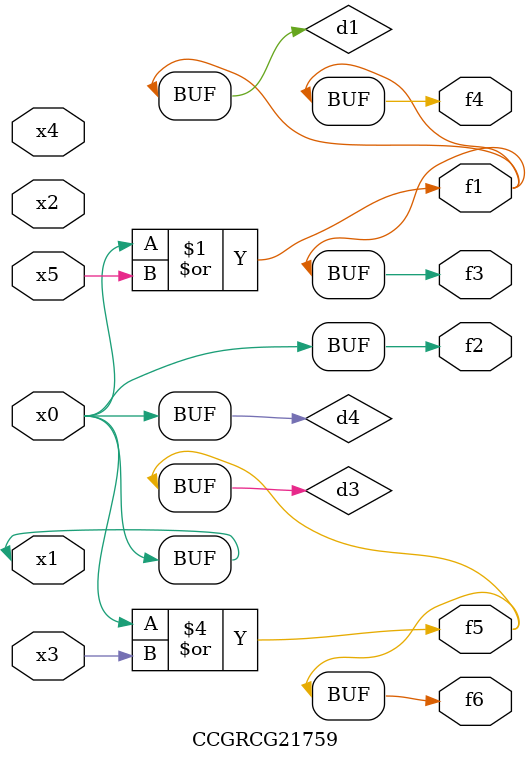
<source format=v>
module CCGRCG21759(
	input x0, x1, x2, x3, x4, x5,
	output f1, f2, f3, f4, f5, f6
);

	wire d1, d2, d3, d4;

	or (d1, x0, x5);
	xnor (d2, x1, x4);
	or (d3, x0, x3);
	buf (d4, x0, x1);
	assign f1 = d1;
	assign f2 = d4;
	assign f3 = d1;
	assign f4 = d1;
	assign f5 = d3;
	assign f6 = d3;
endmodule

</source>
